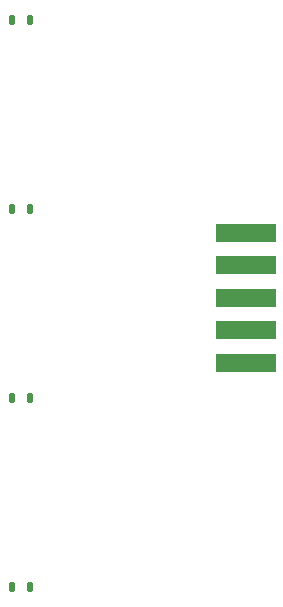
<source format=gtp>
%FSLAX46Y46*%
%MOMM*%
%AMPS10*
21,1,1.500000,5.000000,0.000000,0.000000,270.000000*
%
%ADD10PS10*%
%AMPS11*
1,1,0.240000,0.130000,0.330000*
1,1,0.240000,0.130000,-0.330000*
21,1,0.500000,0.660000,0.000000,0.000000,180.000000*
21,1,0.260000,0.900000,0.000000,0.000000,180.000000*
1,1,0.240000,-0.130000,0.330000*
1,1,0.240000,-0.130000,-0.330000*
%
%ADD11PS11*%
G01*
%LPD*%
G01*
%LPD*%
G75*
D10*
X36000000Y-32000000D03*
D10*
X36000000Y-29250000D03*
D10*
X36000000Y-34750000D03*
D10*
X36000000Y-37500000D03*
D10*
X36000000Y-26500000D03*
D11*
X17750000Y-56500000D03*
D11*
X16250000Y-56500000D03*
D11*
X17750000Y-24500000D03*
D11*
X16250000Y-24500000D03*
D11*
X17750000Y-8500000D03*
D11*
X16250000Y-8500000D03*
D11*
X17750000Y-40500000D03*
D11*
X16250000Y-40500000D03*
M02*

</source>
